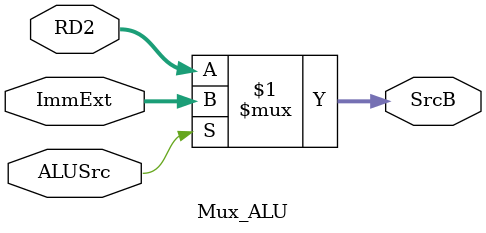
<source format=v>
`timescale 1ns / 1ps


module Mux_ALU(
    input ALUSrc,
    input [31:0] ImmExt,
    input [31:0] RD2,
    output [31:0] SrcB

    );
    
    assign SrcB = ALUSrc? ImmExt:RD2;
endmodule

</source>
